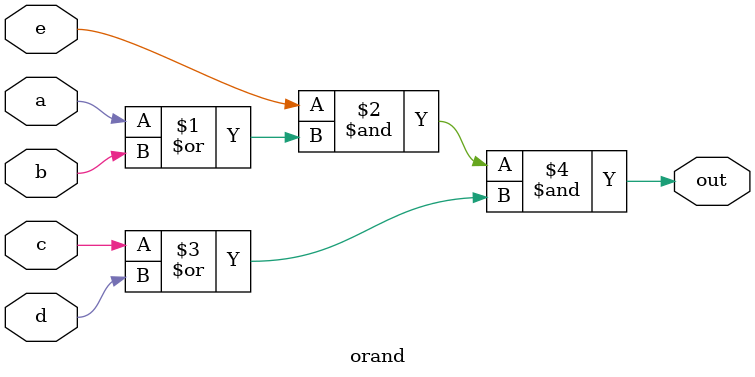
<source format=v>
module orand (
  input a, b, c, d, e,
  output out
);
  assign out = e & (a | b) & (c | d);
  
endmodule

</source>
